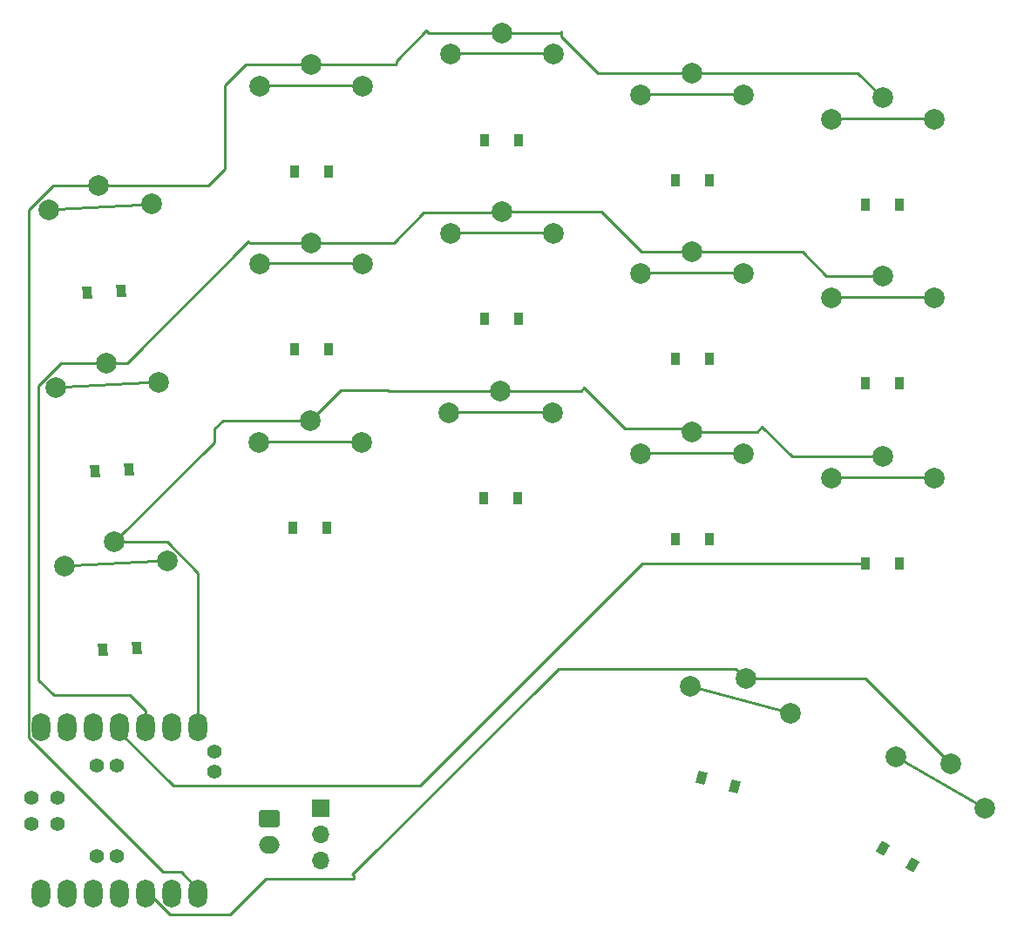
<source format=gbr>
%TF.GenerationSoftware,KiCad,Pcbnew,(6.0.7-1)-1*%
%TF.CreationDate,2022-11-03T20:53:44+08:00*%
%TF.ProjectId,kiai,6b696169-2e6b-4696-9361-645f70636258,rev?*%
%TF.SameCoordinates,Original*%
%TF.FileFunction,Copper,L2,Bot*%
%TF.FilePolarity,Positive*%
%FSLAX46Y46*%
G04 Gerber Fmt 4.6, Leading zero omitted, Abs format (unit mm)*
G04 Created by KiCad (PCBNEW (6.0.7-1)-1) date 2022-11-03 20:53:44*
%MOMM*%
%LPD*%
G01*
G04 APERTURE LIST*
G04 Aperture macros list*
%AMRoundRect*
0 Rectangle with rounded corners*
0 $1 Rounding radius*
0 $2 $3 $4 $5 $6 $7 $8 $9 X,Y pos of 4 corners*
0 Add a 4 corners polygon primitive as box body*
4,1,4,$2,$3,$4,$5,$6,$7,$8,$9,$2,$3,0*
0 Add four circle primitives for the rounded corners*
1,1,$1+$1,$2,$3*
1,1,$1+$1,$4,$5*
1,1,$1+$1,$6,$7*
1,1,$1+$1,$8,$9*
0 Add four rect primitives between the rounded corners*
20,1,$1+$1,$2,$3,$4,$5,0*
20,1,$1+$1,$4,$5,$6,$7,0*
20,1,$1+$1,$6,$7,$8,$9,0*
20,1,$1+$1,$8,$9,$2,$3,0*%
%AMRotRect*
0 Rectangle, with rotation*
0 The origin of the aperture is its center*
0 $1 length*
0 $2 width*
0 $3 Rotation angle, in degrees counterclockwise*
0 Add horizontal line*
21,1,$1,$2,0,0,$3*%
%AMFreePoly0*
4,1,15,10.036070,0.121770,10.096138,0.082984,10.125733,0.017894,10.115473,-0.052868,10.068611,-0.106872,10.000000,-0.127000,0.000000,-0.127000,-0.036070,-0.121770,-0.096138,-0.082984,-0.125733,-0.017894,-0.115473,0.052868,-0.068611,0.106872,0.000000,0.127000,10.000000,0.127000,10.036070,0.121770,10.036070,0.121770,$1*%
G04 Aperture macros list end*
%TA.AperFunction,ComponentPad*%
%ADD10R,1.700000X1.700000*%
%TD*%
%TA.AperFunction,ComponentPad*%
%ADD11O,1.700000X1.700000*%
%TD*%
%TA.AperFunction,ComponentPad*%
%ADD12C,2.000000*%
%TD*%
%TA.AperFunction,ComponentPad*%
%ADD13R,0.900000X1.200000*%
%TD*%
%TA.AperFunction,SMDPad,CuDef*%
%ADD14FreePoly0,0.000000*%
%TD*%
%TA.AperFunction,ComponentPad*%
%ADD15O,1.800000X2.750000*%
%TD*%
%TA.AperFunction,ComponentPad*%
%ADD16C,1.397000*%
%TD*%
%TA.AperFunction,ComponentPad*%
%ADD17RotRect,0.900000X1.200000X3.000000*%
%TD*%
%TA.AperFunction,SMDPad,CuDef*%
%ADD18FreePoly0,3.000000*%
%TD*%
%TA.AperFunction,ComponentPad*%
%ADD19RotRect,0.900000X1.200000X345.000000*%
%TD*%
%TA.AperFunction,SMDPad,CuDef*%
%ADD20FreePoly0,345.000000*%
%TD*%
%TA.AperFunction,ComponentPad*%
%ADD21RotRect,0.900000X1.200000X330.000000*%
%TD*%
%TA.AperFunction,SMDPad,CuDef*%
%ADD22FreePoly0,330.000000*%
%TD*%
%TA.AperFunction,ComponentPad*%
%ADD23RoundRect,0.250000X-0.750000X0.600000X-0.750000X-0.600000X0.750000X-0.600000X0.750000X0.600000X0*%
%TD*%
%TA.AperFunction,ComponentPad*%
%ADD24O,2.000000X1.700000*%
%TD*%
%TA.AperFunction,Conductor*%
%ADD25C,0.250000*%
%TD*%
G04 APERTURE END LIST*
D10*
%TO.P,GD1,1*%
%TO.N,/Col5A*%
X126100000Y2000000D03*
D11*
%TO.P,GD1,2*%
%TO.N,/Col 5*%
X126100000Y-540000D03*
%TO.P,GD1,3*%
%TO.N,/Col 5B*%
X126100000Y-3080000D03*
%TD*%
D12*
%TO.P,K15,1*%
%TO.N,/Row 1*%
X143600000Y42600000D03*
D13*
%TO.P,K15,2*%
%TO.N,/Col 5*%
X141950000Y32200000D03*
D14*
%TO.P,K15,3*%
%TO.N,N/C*%
X138600000Y40500000D03*
D13*
X145250000Y32200000D03*
D12*
X148600000Y40500000D03*
X138600000Y40500000D03*
%TD*%
%TO.P,K3,1*%
%TO.N,/Row 3*%
X162200000Y56084000D03*
D13*
%TO.P,K3,2*%
%TO.N,/Col 1*%
X160550000Y45684000D03*
%TO.P,K3,3*%
%TO.N,N/C*%
X163850000Y45684000D03*
D14*
X157200000Y53984000D03*
D12*
X167200000Y53984000D03*
X157200000Y53984000D03*
%TD*%
%TO.P,K1,1*%
%TO.N,/Row 1*%
X162200000Y38600000D03*
D13*
%TO.P,K1,2*%
%TO.N,/Col 1*%
X160550000Y28200000D03*
D12*
%TO.P,K1,3*%
%TO.N,N/C*%
X167200000Y36500000D03*
D13*
X163850000Y28200000D03*
D12*
X157200000Y36500000D03*
D14*
X157200000Y36500000D03*
%TD*%
D15*
%TO.P,U1,1,A2/0.02_H*%
%TO.N,unconnected-(U1-Pad1)*%
X98980000Y-6295000D03*
%TO.P,U1,2,A4/0.03_H*%
%TO.N,/Col 5B*%
X101520000Y-6295000D03*
%TO.P,U1,3,A10/0.28*%
%TO.N,unconnected-(U1-Pad3)*%
X104060000Y-6295000D03*
%TO.P,U1,4,A11/0.29*%
%TO.N,/Col 4*%
X106600000Y-6295000D03*
%TO.P,U1,5,A8_SDA/0.04_H*%
%TO.N,/Row 4*%
X109140000Y-6295000D03*
%TO.P,U1,6,A9_SCL/0.05_H*%
%TO.N,/Col 1*%
X111680000Y-6295000D03*
%TO.P,U1,7,B8_TX/1.11*%
%TO.N,/Row 2*%
X114220000Y-6295000D03*
%TO.P,U1,8,B9_RX/1.12*%
%TO.N,/Row 1*%
X114220000Y9895000D03*
%TO.P,U1,9,A7_SCK/1.13*%
%TO.N,/Col 3*%
X111680000Y9895000D03*
%TO.P,U1,10,A5_MISO/1.14*%
%TO.N,/Row 3*%
X109140000Y9895000D03*
%TO.P,U1,11,A6_MOSI/1.15*%
%TO.N,/Col 2*%
X106600000Y9895000D03*
%TO.P,U1,12,3V3*%
%TO.N,unconnected-(U1-Pad12)*%
X104060000Y9895000D03*
%TO.P,U1,13,GND*%
%TO.N,/Col5A*%
X101520000Y9895000D03*
%TO.P,U1,14,5V*%
%TO.N,unconnected-(U1-Pad14)*%
X98980000Y9895000D03*
D16*
%TO.P,U1,15,A31_SWDIO*%
%TO.N,unconnected-(U1-Pad15)*%
X98028000Y530000D03*
%TO.P,U1,16,A30_SWCLK*%
%TO.N,unconnected-(U1-Pad16)*%
X98028000Y3070000D03*
%TO.P,U1,17,RESET*%
%TO.N,unconnected-(U1-Pad17)*%
X100568000Y530000D03*
%TO.P,U1,18,GND*%
%TO.N,GND*%
X100568000Y3070000D03*
%TO.P,U1,19,BAT*%
%TO.N,Net-(BT1-Pad1)*%
X106283000Y-2645000D03*
X106300000Y6200000D03*
%TO.P,U1,20,GND*%
%TO.N,Net-(BT1-Pad2)*%
X104378000Y-2645000D03*
X104395000Y6200000D03*
%TO.P,U1,21,NFC1/0.09_H*%
%TO.N,unconnected-(U1-Pad21)*%
X115808000Y5610000D03*
%TO.P,U1,22,NFC2/0.10_H*%
%TO.N,unconnected-(U1-Pad22)*%
X115808000Y7515000D03*
%TD*%
D12*
%TO.P,K11,1*%
%TO.N,/Row 3*%
X125200000Y57000000D03*
D13*
%TO.P,K11,2*%
%TO.N,/Col 3*%
X123550000Y46600000D03*
D12*
%TO.P,K11,3*%
%TO.N,N/C*%
X130200000Y54900000D03*
X120200000Y54900000D03*
D13*
X126850000Y46600000D03*
D14*
X120200000Y54900000D03*
%TD*%
D12*
%TO.P,K13,1*%
%TO.N,/Row 2*%
X104555706Y62585747D03*
D17*
%TO.P,K13,2*%
%TO.N,/Col 4*%
X103452261Y52113646D03*
D12*
%TO.P,K13,3*%
%TO.N,N/C*%
X109658759Y60750305D03*
D17*
X106747739Y52286354D03*
D12*
X99672464Y60226945D03*
D18*
X99672464Y60226945D03*
%TD*%
D12*
%TO.P,K6,1*%
%TO.N,/Row 2*%
X180700000Y71100000D03*
D13*
%TO.P,K6,2*%
%TO.N,/Col 2*%
X179050000Y60700000D03*
D14*
%TO.P,K6,3*%
%TO.N,N/C*%
X175700000Y69000000D03*
D12*
X185700000Y69000000D03*
D13*
X182350000Y60700000D03*
D12*
X175700000Y69000000D03*
%TD*%
%TO.P,K12,1*%
%TO.N,/Row 1*%
X106091218Y27902871D03*
D17*
%TO.P,K12,2*%
%TO.N,/Col 4*%
X104987773Y17430770D03*
%TO.P,K12,3*%
%TO.N,N/C*%
X108283251Y17603478D03*
D12*
X111194271Y26067429D03*
X101207976Y25544069D03*
D18*
X101207976Y25544069D03*
%TD*%
D12*
%TO.P,K5,1*%
%TO.N,/Row 1*%
X180700000Y36200000D03*
D13*
%TO.P,K5,2*%
%TO.N,/Col 2*%
X179050000Y25800000D03*
D14*
%TO.P,K5,3*%
%TO.N,N/C*%
X175700000Y34100000D03*
D12*
X185700000Y34100000D03*
X175700000Y34100000D03*
D13*
X182350000Y25800000D03*
%TD*%
D12*
%TO.P,K16,1*%
%TO.N,/Row 2*%
X143700000Y77400000D03*
D13*
%TO.P,K16,2*%
%TO.N,/Col 5*%
X142050000Y67000000D03*
%TO.P,K16,3*%
%TO.N,N/C*%
X145350000Y67000000D03*
D12*
X138700000Y75300000D03*
D14*
X138700000Y75300000D03*
D12*
X148700000Y75300000D03*
%TD*%
%TO.P,K2,1*%
%TO.N,/Row 2*%
X162200000Y73500000D03*
D13*
%TO.P,K2,2*%
%TO.N,/Col 1*%
X160550000Y63100000D03*
D12*
%TO.P,K2,3*%
%TO.N,N/C*%
X167200000Y71400000D03*
D14*
X157200000Y71400000D03*
D12*
X157200000Y71400000D03*
D13*
X163850000Y63100000D03*
%TD*%
D12*
%TO.P,K4,1*%
%TO.N,/Row 4*%
X167427033Y14598962D03*
D19*
%TO.P,K4,2*%
%TO.N,/Col 1*%
X163141537Y4980384D03*
%TO.P,K4,3*%
%TO.N,N/C*%
X166329093Y4126282D03*
D12*
X171713142Y11276422D03*
X162053884Y13864613D03*
D20*
X162053884Y13864613D03*
%TD*%
D12*
%TO.P,K17,1*%
%TO.N,/Row 3*%
X143700000Y60000000D03*
D13*
%TO.P,K17,2*%
%TO.N,/Col 5*%
X142050000Y49600000D03*
D12*
%TO.P,K17,3*%
%TO.N,N/C*%
X138700000Y57900000D03*
D14*
X138700000Y57900000D03*
D13*
X145350000Y49600000D03*
D12*
X148700000Y57900000D03*
%TD*%
%TO.P,K10,1*%
%TO.N,/Row 2*%
X125200000Y74300000D03*
D13*
%TO.P,K10,2*%
%TO.N,/Col 3*%
X123550000Y63900000D03*
D12*
%TO.P,K10,3*%
%TO.N,N/C*%
X130200000Y72200000D03*
D13*
X126850000Y63900000D03*
D12*
X120200000Y72200000D03*
D14*
X120200000Y72200000D03*
%TD*%
D12*
%TO.P,K9,1*%
%TO.N,/Row 1*%
X125100000Y39700000D03*
D13*
%TO.P,K9,2*%
%TO.N,/Col 3*%
X123450000Y29300000D03*
D12*
%TO.P,K9,3*%
%TO.N,N/C*%
X120100000Y37600000D03*
D14*
X120100000Y37600000D03*
D12*
X130100000Y37600000D03*
D13*
X126750000Y29300000D03*
%TD*%
D12*
%TO.P,K14,1*%
%TO.N,/Row 3*%
X105291218Y45291914D03*
D17*
%TO.P,K14,2*%
%TO.N,/Col 4*%
X104187773Y34819813D03*
D12*
%TO.P,K14,3*%
%TO.N,N/C*%
X100407976Y42933112D03*
X110394271Y43456472D03*
D17*
X107483251Y34992521D03*
D18*
X100407976Y42933112D03*
%TD*%
D12*
%TO.P,K8,1*%
%TO.N,/Row 4*%
X187350001Y6309550D03*
D21*
%TO.P,K8,2*%
%TO.N,/Col 2*%
X180721059Y-1872114D03*
%TO.P,K8,3*%
%TO.N,N/C*%
X183578943Y-3522114D03*
D12*
X181969874Y6990897D03*
D22*
X181969874Y6990897D03*
D12*
X190630128Y1990897D03*
%TD*%
D23*
%TO.P,BT1,1,+*%
%TO.N,Net-(BT1-Pad1)*%
X121100000Y1000000D03*
D24*
%TO.P,BT1,2,-*%
%TO.N,Net-(BT1-Pad2)*%
X121100000Y-1500000D03*
%TD*%
D12*
%TO.P,K7,1*%
%TO.N,/Row 3*%
X180700000Y53756000D03*
D13*
%TO.P,K7,2*%
%TO.N,/Col 2*%
X179050000Y43356000D03*
D14*
%TO.P,K7,3*%
%TO.N,N/C*%
X175700000Y51656000D03*
D12*
X175700000Y51656000D03*
X185700000Y51656000D03*
D13*
X182350000Y43356000D03*
%TD*%
D25*
%TO.N,/Col 2*%
X106600000Y9420000D02*
X111820000Y4200000D01*
X111820000Y4200000D02*
X135800000Y4200000D01*
X135800000Y4200000D02*
X157400000Y25800000D01*
X157400000Y25800000D02*
X179050000Y25800000D01*
%TO.N,/Row 3*%
X107600000Y13000000D02*
X109140000Y11460000D01*
X109140000Y11460000D02*
X109140000Y9420000D01*
%TO.N,/Row 1*%
X106091218Y27902871D02*
X111232662Y27902871D01*
X111232662Y27902871D02*
X114220000Y24915533D01*
X114220000Y24915533D02*
X114220000Y9420000D01*
%TO.N,/Row 3*%
X98700000Y14500000D02*
X100200000Y13000000D01*
X98700000Y43098969D02*
X98700000Y14500000D01*
X100892945Y45291914D02*
X98700000Y43098969D01*
X105291218Y45291914D02*
X100892945Y45291914D01*
X100200000Y13000000D02*
X107600000Y13000000D01*
%TO.N,/Row 2*%
X104555706Y62585747D02*
X100157433Y62585747D01*
X100157433Y62585747D02*
X97755000Y60183314D01*
X97755000Y60183314D02*
X97755000Y8845000D01*
X97755000Y8845000D02*
X110784278Y-4184278D01*
X110784278Y-4184278D02*
X112584278Y-4184278D01*
X112584278Y-4184278D02*
X114220000Y-5820000D01*
%TO.N,/Row 4*%
X109140000Y-5820000D02*
X109140000Y-5962412D01*
X166427033Y15598962D02*
X167427033Y14598962D01*
X109140000Y-5962412D02*
X111477588Y-8300000D01*
X111477588Y-8300000D02*
X117300000Y-8300000D01*
X117300000Y-8300000D02*
X120800000Y-4800000D01*
X120800000Y-4800000D02*
X129300000Y-4800000D01*
X129300000Y-4800000D02*
X129300000Y-4500000D01*
X129300000Y-4500000D02*
X129200000Y-4400000D01*
X129200000Y-4400000D02*
X149198962Y15598962D01*
X149198962Y15598962D02*
X166427033Y15598962D01*
X187350001Y6309550D02*
X179060589Y14598962D01*
X179060589Y14598962D02*
X167427033Y14598962D01*
%TO.N,/Row 1*%
X116600000Y39700000D02*
X115800000Y38900000D01*
X125100000Y39700000D02*
X116600000Y39700000D01*
X115800000Y38900000D02*
X115800000Y37611653D01*
X115800000Y37611653D02*
X106091218Y27902871D01*
X132700000Y42600000D02*
X132600000Y42700000D01*
X143600000Y42600000D02*
X132700000Y42600000D01*
X132600000Y42700000D02*
X128100000Y42700000D01*
X128100000Y42700000D02*
X125100000Y39700000D01*
X162200000Y38600000D02*
X161900000Y38900000D01*
X161900000Y38900000D02*
X155700000Y38900000D01*
X155700000Y38900000D02*
X151700000Y42900000D01*
X151700000Y42900000D02*
X151400000Y42600000D01*
X151400000Y42600000D02*
X143600000Y42600000D01*
X171900000Y36200000D02*
X169000000Y39100000D01*
X180700000Y36200000D02*
X171900000Y36200000D01*
X169000000Y39100000D02*
X168500000Y38600000D01*
X168500000Y38600000D02*
X162200000Y38600000D01*
%TO.N,/Row 3*%
X162200000Y56084000D02*
X172916000Y56084000D01*
X175244000Y53756000D02*
X180700000Y53756000D01*
X172916000Y56084000D02*
X175244000Y53756000D01*
X143700000Y60000000D02*
X153400000Y60000000D01*
X153400000Y60000000D02*
X157316000Y56084000D01*
X157316000Y56084000D02*
X162200000Y56084000D01*
X125200000Y57000000D02*
X133200000Y57000000D01*
X143600000Y59900000D02*
X143700000Y60000000D01*
X133200000Y57000000D02*
X136100000Y59900000D01*
X136100000Y59900000D02*
X143600000Y59900000D01*
X107291914Y45291914D02*
X119100000Y57100000D01*
X105291218Y45291914D02*
X107291914Y45291914D01*
X119200000Y57000000D02*
X125200000Y57000000D01*
X119100000Y57100000D02*
X119200000Y57000000D01*
%TO.N,/Row 2*%
X125200000Y74300000D02*
X118800000Y74300000D01*
X118800000Y74300000D02*
X116800000Y72300000D01*
X116800000Y72300000D02*
X116800000Y64200000D01*
X116800000Y64200000D02*
X115185747Y62585747D01*
X115185747Y62585747D02*
X104555706Y62585747D01*
X136400000Y77600000D02*
X133500000Y74700000D01*
X133500000Y74700000D02*
X133500000Y74400000D01*
X143700000Y77400000D02*
X136600000Y77400000D01*
X136600000Y77400000D02*
X136400000Y77600000D01*
X133500000Y74400000D02*
X133400000Y74300000D01*
X133400000Y74300000D02*
X125200000Y74300000D01*
X162200000Y73500000D02*
X153000000Y73500000D01*
X153000000Y73500000D02*
X149500000Y77000000D01*
X149500000Y77500000D02*
X149400000Y77400000D01*
X149500000Y77000000D02*
X149500000Y77500000D01*
X149400000Y77400000D02*
X143700000Y77400000D01*
X180700000Y71100000D02*
X178300000Y73500000D01*
X178300000Y73500000D02*
X162200000Y73500000D01*
%TD*%
M02*

</source>
